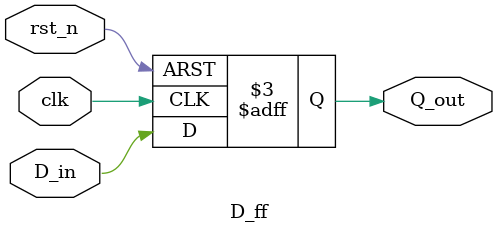
<source format=sv>
module D_ff(clk, rst_n, D_in, Q_out);
input clk,rst_n,D_in;
output logic Q_out;
always_ff @(posedge clk or negedge rst_n)
if (!rst_n)
Q_out <= 1'b0;
else
Q_out <= D_in;
endmodule



</source>
